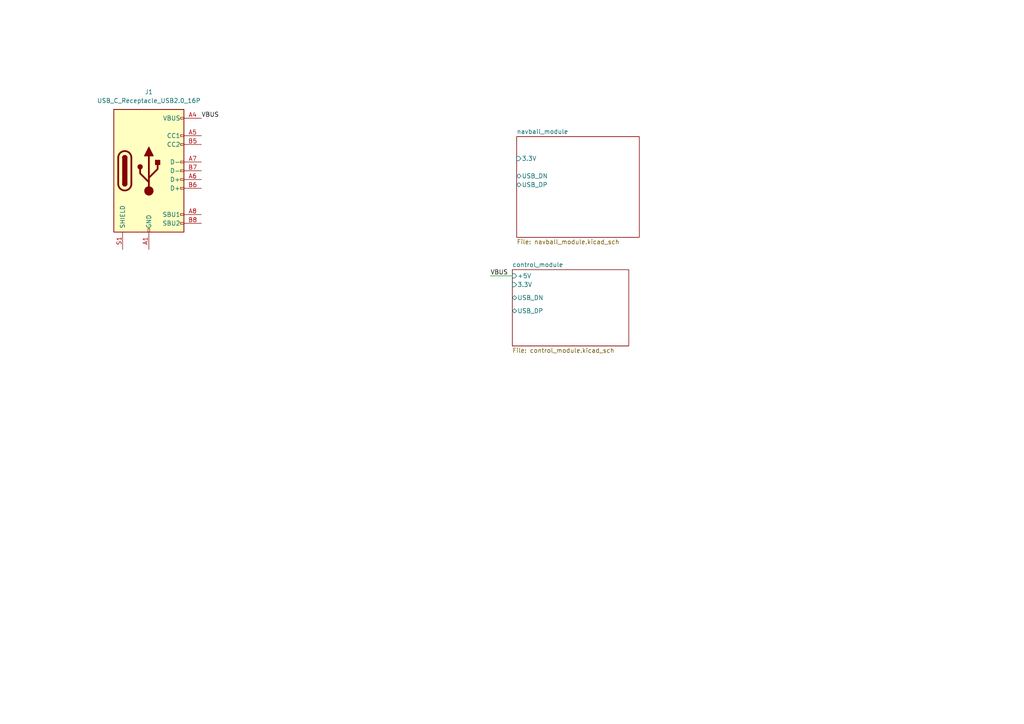
<source format=kicad_sch>
(kicad_sch (version 20250114) (generator "eeschema") (generator_version "9.0")
  (paper "A4")
  (lib_symbols
    (symbol "Connector:USB_C_Receptacle_USB2.0_16P" (pin_names (offset 1.016))
      (property "Reference" "J" (at 0 22.225 0))
      (property "Value" "USB_C_Receptacle_USB2.0_16P" (at 0 19.685 0))
      (symbol "USB_C_Receptacle_USB2.0_16P_0_0"
        (rectangle (start -0.254 -17.78) (end 0.254 -16.764))
        (rectangle (start 10.16 15.494) (end 9.144 14.986))
        (rectangle (start 10.16 10.414) (end 9.144 9.906))
        (rectangle (start 10.16 7.874) (end 9.144 7.366))
        (rectangle (start 10.16 2.794) (end 9.144 2.286))
        (rectangle (start 10.16 0.254) (end 9.144 -0.254))
        (rectangle (start 10.16 -2.286) (end 9.144 -2.794))
        (rectangle (start 10.16 -4.826) (end 9.144 -5.334))
        (rectangle (start 10.16 -12.446) (end 9.144 -12.954))
        (rectangle (start 10.16 -14.986) (end 9.144 -15.494))
      )
      (symbol "USB_C_Receptacle_USB2.0_16P_0_1"
        (rectangle (start -10.16 17.78) (end 10.16 -17.78) (stroke (width 0.254)) (fill (type background)))
        (polyline (pts (xy -8.89 -3.81) (xy -8.89 3.81)) (stroke (width 0.508)))
        (rectangle (start -7.62 -3.81) (end -6.35 3.81) (stroke (width 0.254)) (fill (type outline)))
        (arc (start -7.62 3.81) (mid -6.985 4.4423) (end -6.35 3.81) (stroke (width 0.254)))
        (arc (start -7.62 3.81) (mid -6.985 4.4423) (end -6.35 3.81) (stroke (width 0.254)) (fill (type outline)))
        (arc (start -8.89 3.81) (mid -6.985 5.7067) (end -5.08 3.81) (stroke (width 0.508)))
        (arc (start -5.08 -3.81) (mid -6.985 -5.7067) (end -8.89 -3.81) (stroke (width 0.508)))
        (arc (start -6.35 -3.81) (mid -6.985 -4.4423) (end -7.62 -3.81) (stroke (width 0.254)))
        (arc (start -6.35 -3.81) (mid -6.985 -4.4423) (end -7.62 -3.81) (stroke (width 0.254)) (fill (type outline)))
        (polyline (pts (xy -5.08 3.81) (xy -5.08 -3.81)) (stroke (width 0.508)))
        (circle (center -2.54 1.143) (radius 0.635) (stroke (width 0.254)) (fill (type outline)))
        (polyline (pts (xy -1.27 4.318) (xy 0 6.858) (xy 1.27 4.318) (xy -1.27 4.318)) (stroke (width 0.254)) (fill (type outline)))
        (polyline (pts (xy 0 -2.032) (xy 2.54 0.508) (xy 2.54 1.778)) (stroke (width 0.508)))
        (polyline (pts (xy 0 -3.302) (xy -2.54 -0.762) (xy -2.54 0.508)) (stroke (width 0.508)))
        (polyline (pts (xy 0 -5.842) (xy 0 4.318)) (stroke (width 0.508)))
        (circle (center 0 -5.842) (radius 1.27) (fill (type outline)))
        (rectangle (start 1.905 1.778) (end 3.175 3.048) (stroke (width 0.254)) (fill (type outline)))
      )
      (symbol "USB_C_Receptacle_USB2.0_16P_1_1"
        (pin passive line (at -7.62 -22.86 90) (length 5.08) (name "SHIELD") (number "S1"))
        (pin passive line (at 0 -22.86 90) (length 5.08) (name "GND") (number "A1"))
        (pin passive line (at 0 -22.86 90) (length 5.08) (hide yes) (name "GND") (number "A12"))
        (pin passive line (at 0 -22.86 90) (length 5.08) (hide yes) (name "GND") (number "B1"))
        (pin passive line (at 0 -22.86 90) (length 5.08) (hide yes) (name "GND") (number "B12"))
        (pin passive line (at 15.24 15.24 180) (length 5.08) (name "VBUS") (number "A4"))
        (pin passive line (at 15.24 15.24 180) (length 5.08) (hide yes) (name "VBUS") (number "A9"))
        (pin passive line (at 15.24 15.24 180) (length 5.08) (hide yes) (name "VBUS") (number "B4"))
        (pin passive line (at 15.24 15.24 180) (length 5.08) (hide yes) (name "VBUS") (number "B9"))
        (pin bidirectional line (at 15.24 10.16 180) (length 5.08) (name "CC1") (number "A5"))
        (pin bidirectional line (at 15.24 7.62 180) (length 5.08) (name "CC2") (number "B5"))
        (pin bidirectional line (at 15.24 2.54 180) (length 5.08) (name "D-") (number "A7"))
        (pin bidirectional line (at 15.24 0 180) (length 5.08) (name "D-") (number "B7"))
        (pin bidirectional line (at 15.24 -2.54 180) (length 5.08) (name "D+") (number "A6"))
        (pin bidirectional line (at 15.24 -5.08 180) (length 5.08) (name "D+") (number "B6"))
        (pin bidirectional line (at 15.24 -12.7 180) (length 5.08) (name "SBU1") (number "A8"))
        (pin bidirectional line (at 15.24 -15.24 180) (length 5.08) (name "SBU2") (number "B8"))
      )
    )
  )
  (wire (pts (xy 142.24 80.01) (xy 148.59 80.01)))
  (label "VBUS" (at 142.24 80.01 0))
  (label "VBUS" (at 58.42 34.29 0))
  (symbol (lib_id "Connector:USB_C_Receptacle_USB2.0_16P") (at 43.18 49.53 0) (unit 1)
    (property "Reference" "J1" (at 43.18 26.67 0))
    (property "Value" "USB_C_Receptacle_USB2.0_16P" (at 43.18 29.21 0))
    (property "Footprint" "Connector_USB:USB_C_Receptacle_HCTL_HC-TYPE-C-16P-01A" (effects (hide yes)))
    (property "Datasheet" "https://www.usb.org/sites/default/files/documents/usb_type-c.zip" (effects (hide yes)))
    (property "Description" "USB 2.0-only 16P Type-C Receptacle connector" (effects (hide yes)))
  )
  (sheet (at 149.86 39.624) (size 35.56 29.21) (stroke (width 0.1524))
    (property "Sheetname" "navball_module" (at 149.86 38.9124 0) (effects (justify left bottom)))
    (property "Sheetfile" "navball_module.kicad_sch" (at 149.86 69.4186 0) (effects (justify left top)))
    (pin "3.3V" input (at 149.86 45.974 180))
    (pin "USB_DN" bidirectional (at 149.86 51.054 180))
    (pin "USB_DP" bidirectional (at 149.86 53.594 180))
  )
  (sheet (at 148.59 78.232) (size 33.782 22.098) (stroke (width 0.1524))
    (property "Sheetname" "control_module" (at 148.59 77.5204 0) (effects (justify left bottom)))
    (property "Sheetfile" "control_module.kicad_sch" (at 148.59 100.9146 0) (effects (justify left top)))
    (pin "3.3V" input (at 148.59 82.55 180))
    (pin "USB_DN" bidirectional (at 148.59 86.36 180))
    (pin "USB_DP" bidirectional (at 148.59 90.17 180))
    (pin "+5V" input (at 148.59 80.01 180))
  )
)
</source>
